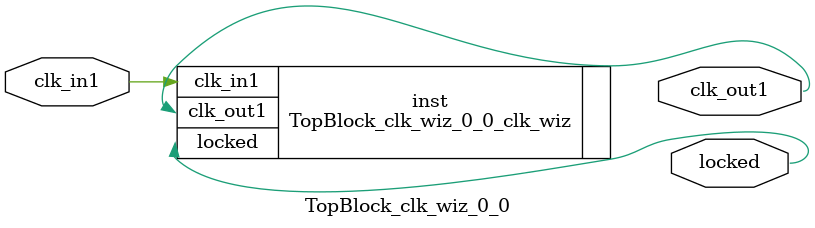
<source format=v>


`timescale 1ps/1ps

(* CORE_GENERATION_INFO = "TopBlock_clk_wiz_0_0,clk_wiz_v6_0_3_0_0,{component_name=TopBlock_clk_wiz_0_0,use_phase_alignment=true,use_min_o_jitter=false,use_max_i_jitter=false,use_dyn_phase_shift=false,use_inclk_switchover=false,use_dyn_reconfig=false,enable_axi=0,feedback_source=FDBK_AUTO,PRIMITIVE=MMCM,num_out_clk=1,clkin1_period=10.000,clkin2_period=10.000,use_power_down=false,use_reset=false,use_locked=true,use_inclk_stopped=false,feedback_type=SINGLE,CLOCK_MGR_TYPE=NA,manual_override=false}" *)

module TopBlock_clk_wiz_0_0 
 (
  // Clock out ports
  output        clk_out1,
  // Status and control signals
  output        locked,
 // Clock in ports
  input         clk_in1
 );

  TopBlock_clk_wiz_0_0_clk_wiz inst
  (
  // Clock out ports  
  .clk_out1(clk_out1),
  // Status and control signals               
  .locked(locked),
 // Clock in ports
  .clk_in1(clk_in1)
  );

endmodule

</source>
